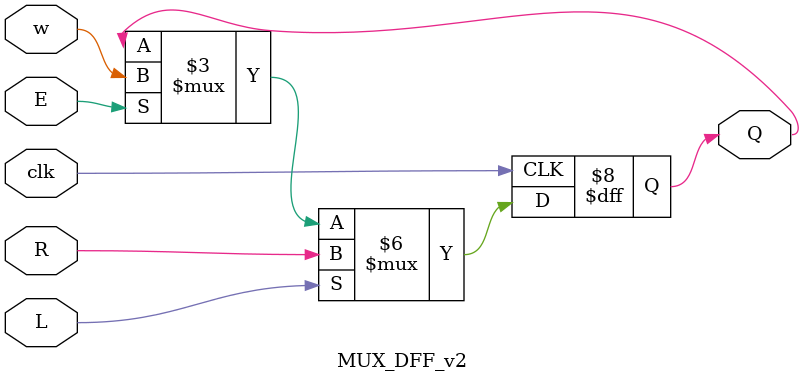
<source format=v>
`timescale 1ns / 1ps

module MUX_DFF_v2(
    input clk, E, R, L, w,
    output reg Q
);

always @(posedge clk) begin
    if (L) begin
        Q <= R;
    end 
    else if (E) begin
        Q <= w;
    end 
    else begin
        Q <= Q;
    end
end

endmodule

</source>
